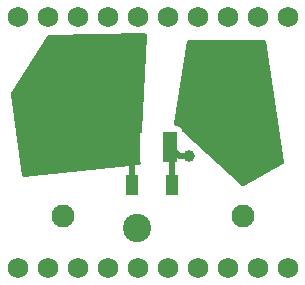
<source format=gbr>
%TF.GenerationSoftware,KiCad,Pcbnew,8.0.7*%
%TF.CreationDate,2025-01-14T17:05:08-05:00*%
%TF.ProjectId,Circuit Power Module,43697263-7569-4742-9050-6f776572204d,rev?*%
%TF.SameCoordinates,Original*%
%TF.FileFunction,Copper,L1,Top*%
%TF.FilePolarity,Positive*%
%FSLAX46Y46*%
G04 Gerber Fmt 4.6, Leading zero omitted, Abs format (unit mm)*
G04 Created by KiCad (PCBNEW 8.0.7) date 2025-01-14 17:05:08*
%MOMM*%
%LPD*%
G01*
G04 APERTURE LIST*
%TA.AperFunction,ComponentPad*%
%ADD10C,1.750000*%
%TD*%
%TA.AperFunction,SMDPad,CuDef*%
%ADD11R,1.158800X2.550800*%
%TD*%
%TA.AperFunction,SMDPad,CuDef*%
%ADD12R,1.110000X1.730000*%
%TD*%
%TA.AperFunction,ComponentPad*%
%ADD13C,2.400000*%
%TD*%
%TA.AperFunction,ComponentPad*%
%ADD14C,1.950000*%
%TD*%
%TA.AperFunction,ComponentPad*%
%ADD15R,2.108200X2.108200*%
%TD*%
%TA.AperFunction,ComponentPad*%
%ADD16C,2.108200*%
%TD*%
%TA.AperFunction,ViaPad*%
%ADD17C,1.000000*%
%TD*%
%TA.AperFunction,Conductor*%
%ADD18C,0.500000*%
%TD*%
G04 APERTURE END LIST*
D10*
%TO.P,REF\u002A\u002A,1*%
%TO.N,N/C*%
X69980000Y-73274150D03*
%TO.P,REF\u002A\u002A,2*%
X72520000Y-73274150D03*
%TO.P,REF\u002A\u002A,3*%
X75060000Y-73274150D03*
%TO.P,REF\u002A\u002A,4*%
X77600000Y-73274150D03*
%TO.P,REF\u002A\u002A,5*%
X80140000Y-73274150D03*
%TO.P,REF\u002A\u002A,6*%
X82680000Y-73274150D03*
%TO.P,REF\u002A\u002A,7*%
X85220000Y-73274150D03*
%TO.P,REF\u002A\u002A,8*%
X87760000Y-73274150D03*
%TO.P,REF\u002A\u002A,9*%
X90300000Y-73274150D03*
%TO.P,REF\u002A\u002A,10*%
X92840000Y-73274150D03*
%TD*%
%TO.P,REF\u002A\u002A,1*%
%TO.N,N/C*%
X69980000Y-52004150D03*
%TO.P,REF\u002A\u002A,2*%
X72520000Y-52004150D03*
%TO.P,REF\u002A\u002A,3*%
X75060000Y-52004150D03*
%TO.P,REF\u002A\u002A,4*%
X77600000Y-52004150D03*
%TO.P,REF\u002A\u002A,5*%
X80140000Y-52004150D03*
%TO.P,REF\u002A\u002A,6*%
X82680000Y-52004150D03*
%TO.P,REF\u002A\u002A,7*%
X85220000Y-52004150D03*
%TO.P,REF\u002A\u002A,8*%
X87760000Y-52004150D03*
%TO.P,REF\u002A\u002A,9*%
X90300000Y-52004150D03*
%TO.P,REF\u002A\u002A,10*%
X92840000Y-52004150D03*
%TD*%
D11*
%TO.P,C2,1*%
%TO.N,Net-(C2-Pad1)*%
X82850000Y-63036100D03*
%TO.P,C2,2*%
%TO.N,Net-(C2-Pad2)*%
X79691198Y-63036100D03*
%TD*%
D12*
%TO.P,D1,A*%
%TO.N,Net-(C2-Pad1)*%
X83080000Y-66220000D03*
%TO.P,D1,C*%
%TO.N,Net-(C2-Pad2)*%
X79670000Y-66220000D03*
%TD*%
D13*
%TO.P,TP1,TP*%
%TO.N,Net-(C2-Pad2)*%
X71700000Y-59000000D03*
%TD*%
D14*
%TO.P,J2,1*%
%TO.N,Net-(F1-Pad3)*%
X89040000Y-63910000D03*
%TO.P,J2,2*%
%TO.N,Net-(C2-Pad1)*%
X89040000Y-68910000D03*
%TD*%
%TO.P,J1,1*%
%TO.N,Net-(C2-Pad1)*%
X73800000Y-68910000D03*
%TO.P,J1,2*%
%TO.N,Net-(C2-Pad2)*%
X73800000Y-63910000D03*
%TD*%
D15*
%TO.P,F1,1,1*%
%TO.N,Net-(C2-Pad2)*%
X79337000Y-55408200D03*
D16*
%TO.P,F1,2,2*%
X79337000Y-58811800D03*
%TO.P,F1,3,3*%
%TO.N,Net-(F1-Pad3)*%
X89243000Y-58811800D03*
%TO.P,F1,4,4*%
X89243000Y-55408200D03*
%TD*%
D13*
%TO.P,TP2,TP*%
%TO.N,Net-(C2-Pad1)*%
X80090000Y-69860000D03*
%TD*%
D17*
%TO.N,Net-(C2-Pad1)*%
X84480000Y-63800000D03*
%TD*%
D18*
%TO.N,Net-(C2-Pad2)*%
X79691198Y-63036100D02*
X79691198Y-66198802D01*
X79691198Y-66198802D02*
X79670000Y-66220000D01*
%TO.N,Net-(C2-Pad1)*%
X84480000Y-63800000D02*
X83613900Y-63800000D01*
X83080000Y-63266100D02*
X82850000Y-63036100D01*
X83613900Y-63800000D02*
X82850000Y-63036100D01*
X83080000Y-66220000D02*
X83080000Y-63266100D01*
%TD*%
%TA.AperFunction,Conductor*%
%TO.N,Net-(F1-Pad3)*%
G36*
X90930393Y-54009685D02*
G01*
X90976148Y-54062489D01*
X90985958Y-54095445D01*
X92537242Y-64345702D01*
X92527811Y-64414932D01*
X92482448Y-64468073D01*
X92475858Y-64472091D01*
X89158045Y-66355691D01*
X89090027Y-66371671D01*
X89024168Y-66348340D01*
X89013522Y-66339708D01*
X83966791Y-61762639D01*
X83930357Y-61703021D01*
X83926804Y-61684039D01*
X83923491Y-61653216D01*
X83873197Y-61518371D01*
X83873193Y-61518364D01*
X83786947Y-61403155D01*
X83786944Y-61403152D01*
X83671735Y-61316906D01*
X83671728Y-61316902D01*
X83536882Y-61266608D01*
X83536883Y-61266608D01*
X83477283Y-61260201D01*
X83477281Y-61260200D01*
X83477273Y-61260200D01*
X83477265Y-61260200D01*
X83460650Y-61260200D01*
X83393611Y-61240515D01*
X83377347Y-61228051D01*
X83220260Y-61085583D01*
X83183826Y-61025965D01*
X83181293Y-60973095D01*
X84342553Y-54093360D01*
X84373121Y-54030533D01*
X84432804Y-53994205D01*
X84464823Y-53990000D01*
X90863354Y-53990000D01*
X90930393Y-54009685D01*
G37*
%TD.AperFunction*%
%TD*%
%TA.AperFunction,Conductor*%
%TO.N,Net-(C2-Pad2)*%
G36*
X80855667Y-53450379D02*
G01*
X80901989Y-53502686D01*
X80913611Y-53561432D01*
X80517118Y-61718920D01*
X80494202Y-61784925D01*
X80439239Y-61828062D01*
X80393264Y-61836900D01*
X80321398Y-61836900D01*
X80321398Y-64235300D01*
X80352567Y-64266469D01*
X80386052Y-64327792D01*
X80388740Y-64360170D01*
X80385149Y-64434047D01*
X80362233Y-64500052D01*
X80307269Y-64543189D01*
X80274527Y-64551319D01*
X70529028Y-65597225D01*
X70460271Y-65584807D01*
X70409142Y-65537187D01*
X70393046Y-65491496D01*
X69411750Y-58632133D01*
X69410500Y-58614572D01*
X69410500Y-58569300D01*
X69429688Y-58503040D01*
X72543962Y-53577002D01*
X72596424Y-53530857D01*
X72647433Y-53519272D01*
X80788422Y-53431419D01*
X80855667Y-53450379D01*
G37*
%TD.AperFunction*%
%TD*%
M02*

</source>
